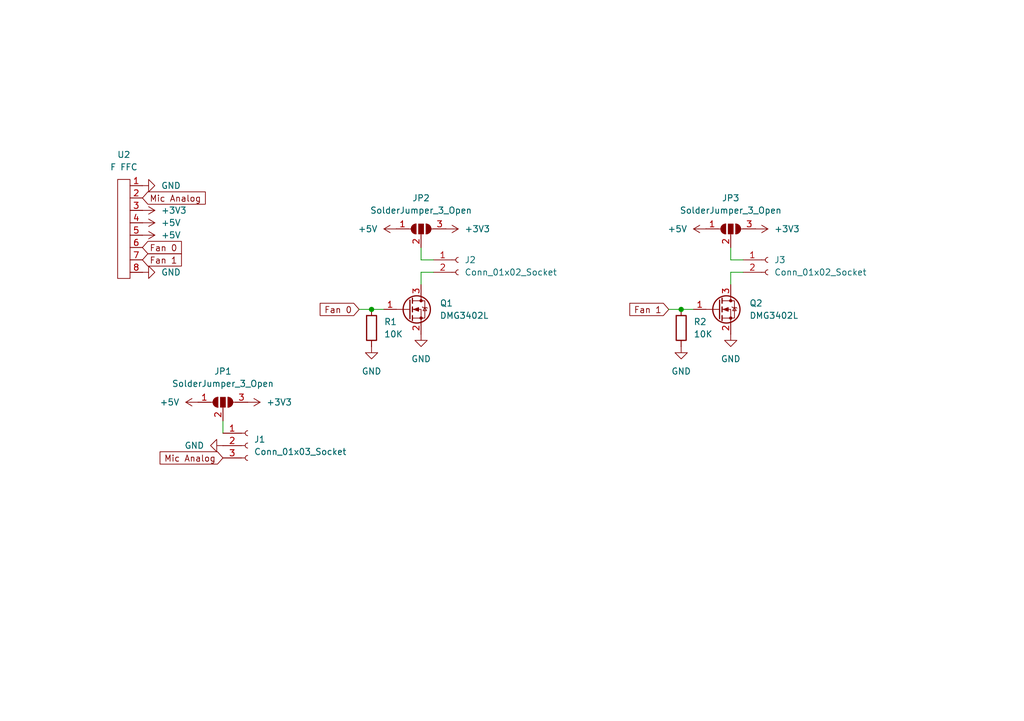
<source format=kicad_sch>
(kicad_sch (version 20250114) (generator "eeschema") (generator_version "9.0")
  (paper "A5")
  (lib_symbols
    (symbol "Connector:Conn_01x02_Socket" (pin_names (offset 1.016) (hide yes))
      (property "Reference" "J" (at 0 2.54 0))
      (property "Value" "Conn_01x02_Socket" (at 0 -5.08 0))
      (symbol "Conn_01x02_Socket_1_1"
        (polyline (pts (xy -1.27 0) (xy -0.508 0)) (stroke (width 0.1524)))
        (polyline (pts (xy -1.27 -2.54) (xy -0.508 -2.54)) (stroke (width 0.1524)))
        (arc (start 0 -0.508) (mid -0.5058 0) (end 0 0.508) (stroke (width 0.1524)))
        (arc (start 0 -3.048) (mid -0.5058 -2.54) (end 0 -2.032) (stroke (width 0.1524)))
        (pin passive line (at -5.08 0 0) (length 3.81) (name "Pin_1") (number "1"))
        (pin passive line (at -5.08 -2.54 0) (length 3.81) (name "Pin_2") (number "2"))
      )
    )
    (symbol "Connector:Conn_01x03_Socket" (pin_names (offset 1.016) (hide yes))
      (property "Reference" "J" (at 0 5.08 0))
      (property "Value" "Conn_01x03_Socket" (at 0 -5.08 0))
      (symbol "Conn_01x03_Socket_1_1"
        (polyline (pts (xy -1.27 2.54) (xy -0.508 2.54)) (stroke (width 0.1524)))
        (polyline (pts (xy -1.27 0) (xy -0.508 0)) (stroke (width 0.1524)))
        (polyline (pts (xy -1.27 -2.54) (xy -0.508 -2.54)) (stroke (width 0.1524)))
        (arc (start 0 2.032) (mid -0.5058 2.54) (end 0 3.048) (stroke (width 0.1524)))
        (arc (start 0 -0.508) (mid -0.5058 0) (end 0 0.508) (stroke (width 0.1524)))
        (arc (start 0 -3.048) (mid -0.5058 -2.54) (end 0 -2.032) (stroke (width 0.1524)))
        (pin passive line (at -5.08 2.54 0) (length 3.81) (name "Pin_1") (number "1"))
        (pin passive line (at -5.08 0 0) (length 3.81) (name "Pin_2") (number "2"))
        (pin passive line (at -5.08 -2.54 0) (length 3.81) (name "Pin_3") (number "3"))
      )
    )
    (symbol "Device:R" (pin_numbers (hide yes)) (pin_names (offset 0))
      (property "Reference" "R" (at 2.032 0 90))
      (property "Value" "R" (at 0 0 90))
      (symbol "R_0_1"
        (rectangle (start -1.016 -2.54) (end 1.016 2.54) (stroke (width 0.254)))
      )
      (symbol "R_1_1"
        (pin passive line (at 0 3.81 270) (length 1.27) (name "~") (number "1"))
        (pin passive line (at 0 -3.81 90) (length 1.27) (name "~") (number "2"))
      )
    )
    (symbol "FFC:FFC-8"
      (property "Reference" "U" (at 0 11.684 0))
      (symbol "FFC-8_0_1"
        (rectangle (start -1.27 10.16) (end 1.27 -10.16))
      )
      (symbol "FFC-8_1_1"
        (pin input line (at 3.81 8.89 180) (length 2.54) (name "") (number "1"))
        (pin input line (at 3.81 6.35 180) (length 2.54) (name "") (number "2"))
        (pin input line (at 3.81 3.81 180) (length 2.54) (name "") (number "3"))
        (pin input line (at 3.81 1.27 180) (length 2.54) (name "") (number "4"))
        (pin input line (at 3.81 -1.27 180) (length 2.54) (name "") (number "5"))
        (pin input line (at 3.81 -3.81 180) (length 2.54) (name "") (number "6"))
        (pin input line (at 3.81 -6.35 180) (length 2.54) (name "") (number "7"))
        (pin input line (at 3.81 -8.89 180) (length 2.54) (name "") (number "8"))
      )
    )
    (symbol "Jumper:SolderJumper_3_Open" (pin_names (offset 0) (hide yes)) (in_bom no)
      (property "Reference" "JP" (at -2.54 -2.54 0))
      (property "Value" "SolderJumper_3_Open" (at 0 2.794 0))
      (symbol "SolderJumper_3_Open_0_1"
        (polyline (pts (xy -2.54 0) (xy -2.032 0)))
        (polyline (pts (xy -1.016 1.016) (xy -1.016 -1.016)))
        (arc (start -1.016 -1.016) (mid -2.0276 0) (end -1.016 1.016))
        (arc (start -1.016 -1.016) (mid -2.0276 0) (end -1.016 1.016) (fill (type outline)))
        (rectangle (start -0.508 1.016) (end 0.508 -1.016) (fill (type outline)))
        (polyline (pts (xy 0 -1.27) (xy 0 -1.016)))
        (arc (start 1.016 1.016) (mid 2.0276 0) (end 1.016 -1.016))
        (arc (start 1.016 1.016) (mid 2.0276 0) (end 1.016 -1.016) (fill (type outline)))
        (polyline (pts (xy 1.016 1.016) (xy 1.016 -1.016)))
        (polyline (pts (xy 2.54 0) (xy 2.032 0)))
      )
      (symbol "SolderJumper_3_Open_1_1"
        (pin passive line (at -5.08 0 0) (length 2.54) (name "A") (number "1"))
        (pin passive line (at 0 -3.81 90) (length 2.54) (name "C") (number "2"))
        (pin passive line (at 5.08 0 180) (length 2.54) (name "B") (number "3"))
      )
    )
    (symbol "Transistor_FET:DMG3402L" (pin_names (hide yes))
      (property "Reference" "Q" (at 5.08 1.905 0))
      (property "Value" "DMG3402L" (at 5.08 0 0))
      (symbol "DMG3402L_0_1"
        (polyline (pts (xy 0.254 1.905) (xy 0.254 -1.905)) (stroke (width 0.254)))
        (polyline (pts (xy 0.254 0) (xy -2.54 0)))
        (polyline (pts (xy 0.762 2.286) (xy 0.762 1.27)) (stroke (width 0.254)))
        (polyline (pts (xy 0.762 0.508) (xy 0.762 -0.508)) (stroke (width 0.254)))
        (polyline (pts (xy 0.762 -1.27) (xy 0.762 -2.286)) (stroke (width 0.254)))
        (polyline (pts (xy 0.762 -1.778) (xy 3.302 -1.778) (xy 3.302 1.778) (xy 0.762 1.778)))
        (polyline (pts (xy 1.016 0) (xy 2.032 0.381) (xy 2.032 -0.381) (xy 1.016 0)) (fill (type outline)))
        (circle (center 1.651 0) (radius 2.794) (stroke (width 0.254)))
        (polyline (pts (xy 2.54 2.54) (xy 2.54 1.778)))
        (circle (center 2.54 1.778) (radius 0.254) (fill (type outline)))
        (circle (center 2.54 -1.778) (radius 0.254) (fill (type outline)))
        (polyline (pts (xy 2.54 -2.54) (xy 2.54 0) (xy 0.762 0)))
        (polyline (pts (xy 2.794 0.508) (xy 2.921 0.381) (xy 3.683 0.381) (xy 3.81 0.254)))
        (polyline (pts (xy 3.302 0.381) (xy 2.921 -0.254) (xy 3.683 -0.254) (xy 3.302 0.381)))
      )
      (symbol "DMG3402L_1_1"
        (pin input line (at -5.08 0 0) (length 2.54) (name "G") (number "1"))
        (pin passive line (at 2.54 5.08 270) (length 2.54) (name "D") (number "3"))
        (pin passive line (at 2.54 -5.08 90) (length 2.54) (name "S") (number "2"))
      )
    )
    (symbol "power:+3V3" (power) (pin_numbers (hide yes)) (pin_names (offset 0) (hide yes))
      (property "Value" "+3V3" (at 0 3.556 0))
      (symbol "+3V3_0_1"
        (polyline (pts (xy -0.762 1.27) (xy 0 2.54)))
        (polyline (pts (xy 0 2.54) (xy 0.762 1.27)))
        (polyline (pts (xy 0 0) (xy 0 2.54)))
      )
      (symbol "+3V3_1_1"
        (pin power_in line (at 0 0 90) (length 0) (name "~") (number "1"))
      )
    )
    (symbol "power:+5V" (power) (pin_numbers (hide yes)) (pin_names (offset 0) (hide yes))
      (property "Value" "+5V" (at 0 3.556 0))
      (symbol "+5V_0_1"
        (polyline (pts (xy -0.762 1.27) (xy 0 2.54)))
        (polyline (pts (xy 0 2.54) (xy 0.762 1.27)))
        (polyline (pts (xy 0 0) (xy 0 2.54)))
      )
      (symbol "+5V_1_1"
        (pin power_in line (at 0 0 90) (length 0) (name "~") (number "1"))
      )
    )
    (symbol "power:GND" (power) (pin_numbers (hide yes)) (pin_names (offset 0) (hide yes))
      (property "Value" "GND" (at 0 -3.81 0))
      (symbol "GND_0_1"
        (polyline (pts (xy 0 0) (xy 0 -1.27) (xy 1.27 -1.27) (xy 0 -2.54) (xy -1.27 -1.27) (xy 0 -1.27)))
      )
      (symbol "GND_1_1"
        (pin power_in line (at 0 0 270) (length 0) (name "~") (number "1"))
      )
    )
  )
  (junction (at 76.2 63.5))
  (junction (at 139.7 63.5))
  (wire (pts (xy 149.86 53.34) (xy 152.4 53.34)))
  (wire (pts (xy 76.2 63.5) (xy 78.74 63.5)))
  (wire (pts (xy 86.36 53.34) (xy 88.9 53.34)))
  (wire (pts (xy 73.66 63.5) (xy 76.2 63.5)))
  (wire (pts (xy 86.36 55.88) (xy 88.9 55.88)))
  (wire (pts (xy 149.86 58.42) (xy 149.86 55.88)))
  (wire (pts (xy 86.36 58.42) (xy 86.36 55.88)))
  (wire (pts (xy 45.72 86.36) (xy 45.72 88.9)))
  (wire (pts (xy 149.86 50.8) (xy 149.86 53.34)))
  (wire (pts (xy 86.36 50.8) (xy 86.36 53.34)))
  (wire (pts (xy 149.86 55.88) (xy 152.4 55.88)))
  (wire (pts (xy 139.7 63.5) (xy 142.24 63.5)))
  (wire (pts (xy 137.16 63.5) (xy 139.7 63.5)))
  (global_label "Fan 0" (shape input) (at 29.21 50.8 0) (property "Intersheetrefs" "${INTERSHEET_REFS}" (effects (hide yes))))
  (global_label "Mic Analog" (shape input) (at 45.72 93.98 180) (property "Intersheetrefs" "${INTERSHEET_REFS}" (effects (hide yes))))
  (global_label "Fan 1" (shape input) (at 29.21 53.34 0) (property "Intersheetrefs" "${INTERSHEET_REFS}" (effects (hide yes))))
  (global_label "Fan 1" (shape input) (at 137.16 63.5 180) (property "Intersheetrefs" "${INTERSHEET_REFS}" (effects (hide yes))))
  (global_label "Fan 0" (shape input) (at 73.66 63.5 180) (property "Intersheetrefs" "${INTERSHEET_REFS}" (effects (hide yes))))
  (global_label "Mic Analog" (shape input) (at 29.21 40.64 0) (property "Intersheetrefs" "${INTERSHEET_REFS}" (effects (hide yes))))
  (symbol (lib_id "power:+5V") (at 29.21 45.72 270) (unit 1)
    (property "Reference" "#PWR07" (effects (hide yes)))
    (property "Value" "+5V" (at 33.02 45.7199 90) (effects (justify left)))
    (property "Description" "Power symbol creates a global label with name \"+5V\"" (effects (hide yes)))
  )
  (symbol (lib_id "power:+5V") (at 81.28 46.99 90) (unit 1)
    (property "Reference" "#PWR010" (effects (hide yes)))
    (property "Value" "+5V" (at 77.47 46.9899 90) (effects (justify left)))
    (property "Description" "Power symbol creates a global label with name \"+5V\"" (effects (hide yes)))
  )
  (symbol (lib_id "power:+3V3") (at 50.8 82.55 270) (unit 1)
    (property "Reference" "#PWR012" (effects (hide yes)))
    (property "Value" "+3V3" (at 54.61 82.5499 90) (effects (justify left)))
    (property "Description" "Power symbol creates a global label with name \"+3V3\"" (effects (hide yes)))
  )
  (symbol (lib_id "power:GND") (at 29.21 38.1 90) (unit 1)
    (property "Reference" "#PWR05" (effects (hide yes)))
    (property "Value" "GND" (at 33.02 38.0999 90) (effects (justify right)))
    (property "Description" "Power symbol creates a global label with name \"GND\" , ground" (effects (hide yes)))
  )
  (symbol (lib_id "Jumper:SolderJumper_3_Open") (at 149.86 46.99 0) (unit 1) (in_bom no)
    (property "Reference" "JP3" (at 149.86 40.64 0))
    (property "Value" "SolderJumper_3_Open" (at 149.86 43.18 0))
    (property "Footprint" "Jumper:SolderJumper-3_P1.3mm_Open_RoundedPad1.0x1.5mm" (effects (hide yes)))
    (property "Description" "Solder Jumper, 3-pole, open" (effects (hide yes)))
  )
  (symbol (lib_id "power:GND") (at 139.7 71.12 0) (unit 1)
    (property "Reference" "#PWR02" (effects (hide yes)))
    (property "Value" "GND" (at 139.7 76.2 0))
    (property "Description" "Power symbol creates a global label with name \"GND\" , ground" (effects (hide yes)))
  )
  (symbol (lib_id "power:+5V") (at 29.21 48.26 270) (unit 1)
    (property "Reference" "#PWR08" (effects (hide yes)))
    (property "Value" "+5V" (at 33.02 48.2599 90) (effects (justify left)))
    (property "Description" "Power symbol creates a global label with name \"+5V\"" (effects (hide yes)))
  )
  (symbol (lib_id "Jumper:SolderJumper_3_Open") (at 86.36 46.99 0) (unit 1) (in_bom no)
    (property "Reference" "JP2" (at 86.36 40.64 0))
    (property "Value" "SolderJumper_3_Open" (at 86.36 43.18 0))
    (property "Footprint" "Jumper:SolderJumper-3_P1.3mm_Open_RoundedPad1.0x1.5mm" (effects (hide yes)))
    (property "Description" "Solder Jumper, 3-pole, open" (effects (hide yes)))
  )
  (symbol (lib_id "Device:R") (at 139.7 67.31 0) (unit 1)
    (property "Reference" "R2" (at 142.24 66.0399 0) (effects (justify left)))
    (property "Value" "10K" (at 142.24 68.5799 0) (effects (justify left)))
    (property "Footprint" "Resistor_SMD:R_0603_1608Metric_Pad0.98x0.95mm_HandSolder" (effects (hide yes)))
    (property "Description" "Resistor" (effects (hide yes)))
    (property "LCSC" "C98220" (effects (hide yes)))
  )
  (symbol (lib_id "power:+3V3") (at 154.94 46.99 270) (unit 1)
    (property "Reference" "#PWR017" (effects (hide yes)))
    (property "Value" "+3V3" (at 158.75 46.9899 90) (effects (justify left)))
    (property "Description" "Power symbol creates a global label with name \"+3V3\"" (effects (hide yes)))
  )
  (symbol (lib_id "Jumper:SolderJumper_3_Open") (at 45.72 82.55 0) (unit 1) (in_bom no)
    (property "Reference" "JP1" (at 45.72 76.2 0))
    (property "Value" "SolderJumper_3_Open" (at 45.72 78.74 0))
    (property "Footprint" "Jumper:SolderJumper-3_P1.3mm_Open_RoundedPad1.0x1.5mm" (effects (hide yes)))
    (property "Description" "Solder Jumper, 3-pole, open" (effects (hide yes)))
  )
  (symbol (lib_id "Transistor_FET:DMG3402L") (at 83.82 63.5 0) (unit 1)
    (property "Reference" "Q1" (at 90.17 62.2299 0) (effects (justify left)))
    (property "Value" "DMG3402L" (at 90.17 64.7699 0) (effects (justify left)))
    (property "Footprint" "Package_TO_SOT_SMD:SOT-23" (effects (hide yes)))
    (property "Datasheet" "http://www.diodes.com/assets/Datasheets/DMG3402L.pdf" (effects (hide yes)))
    (property "Description" "4A Id, 30V Vds, N-Channel MOSFET, SOT-23" (effects (hide yes)))
    (property "LCSC" "C96614" (effects (hide yes)))
  )
  (symbol (lib_id "power:+3V3") (at 29.21 43.18 270) (unit 1)
    (property "Reference" "#PWR06" (effects (hide yes)))
    (property "Value" "+3V3" (at 33.02 43.1799 90) (effects (justify left)))
    (property "Description" "Power symbol creates a global label with name \"+3V3\"" (effects (hide yes)))
  )
  (symbol (lib_id "Device:R") (at 76.2 67.31 0) (unit 1)
    (property "Reference" "R1" (at 78.74 66.0399 0) (effects (justify left)))
    (property "Value" "10K" (at 78.74 68.5799 0) (effects (justify left)))
    (property "Footprint" "Resistor_SMD:R_0603_1608Metric_Pad0.98x0.95mm_HandSolder" (effects (hide yes)))
    (property "Description" "Resistor" (effects (hide yes)))
    (property "LCSC" "C98220" (effects (hide yes)))
  )
  (symbol (lib_id "power:GND") (at 86.36 68.58 0) (unit 1)
    (property "Reference" "#PWR04" (effects (hide yes)))
    (property "Value" "GND" (at 86.36 73.66 0))
    (property "Description" "Power symbol creates a global label with name \"GND\" , ground" (effects (hide yes)))
  )
  (symbol (lib_id "power:GND") (at 149.86 68.58 0) (unit 1)
    (property "Reference" "#PWR014" (effects (hide yes)))
    (property "Value" "GND" (at 149.86 73.66 0))
    (property "Description" "Power symbol creates a global label with name \"GND\" , ground" (effects (hide yes)))
  )
  (symbol (lib_id "FFC:FFC-8") (at 25.4 46.99 0) (unit 1)
    (property "Reference" "U2" (at 25.4 31.75 0))
    (property "Value" "F FFC" (at 25.4 34.29 0))
    (property "Footprint" "FFC:FFC 0.8mm 8P" (effects (hide yes)))
  )
  (symbol (lib_id "power:+5V") (at 40.64 82.55 90) (unit 1)
    (property "Reference" "#PWR013" (effects (hide yes)))
    (property "Value" "+5V" (at 36.83 82.5499 90) (effects (justify left)))
    (property "Description" "Power symbol creates a global label with name \"+5V\"" (effects (hide yes)))
  )
  (symbol (lib_id "Connector:Conn_01x02_Socket") (at 157.48 53.34 0) (unit 1)
    (property "Reference" "J3" (at 158.75 53.3399 0) (effects (justify left)))
    (property "Value" "Conn_01x02_Socket" (at 158.75 55.8799 0) (effects (justify left)))
    (property "Footprint" "Connector_JST:JST_GH_SM02B-GHS-TB_1x02-1MP_P1.25mm_Horizontal" (effects (hide yes)))
    (property "Description" "Generic connector, single row, 01x02, script generated" (effects (hide yes)))
  )
  (symbol (lib_id "power:+3V3") (at 91.44 46.99 270) (unit 1)
    (property "Reference" "#PWR015" (effects (hide yes)))
    (property "Value" "+3V3" (at 95.25 46.9899 90) (effects (justify left)))
    (property "Description" "Power symbol creates a global label with name \"+3V3\"" (effects (hide yes)))
  )
  (symbol (lib_id "power:GND") (at 29.21 55.88 90) (unit 1)
    (property "Reference" "#PWR09" (effects (hide yes)))
    (property "Value" "GND" (at 33.02 55.8799 90) (effects (justify right)))
    (property "Description" "Power symbol creates a global label with name \"GND\" , ground" (effects (hide yes)))
  )
  (symbol (lib_id "Connector:Conn_01x02_Socket") (at 93.98 53.34 0) (unit 1)
    (property "Reference" "J2" (at 95.25 53.3399 0) (effects (justify left)))
    (property "Value" "Conn_01x02_Socket" (at 95.25 55.8799 0) (effects (justify left)))
    (property "Footprint" "Connector_JST:JST_GH_SM02B-GHS-TB_1x02-1MP_P1.25mm_Horizontal" (effects (hide yes)))
    (property "Description" "Generic connector, single row, 01x02, script generated" (effects (hide yes)))
  )
  (symbol (lib_id "Connector:Conn_01x03_Socket") (at 50.8 91.44 0) (unit 1)
    (property "Reference" "J1" (at 52.07 90.1699 0) (effects (justify left)))
    (property "Value" "Conn_01x03_Socket" (at 52.07 92.7099 0) (effects (justify left)))
    (property "Footprint" "Connector_JST:JST_GH_SM03B-GHS-TB_1x03-1MP_P1.25mm_Horizontal" (effects (hide yes)))
    (property "Description" "Generic connector, single row, 01x03, script generated" (effects (hide yes)))
  )
  (symbol (lib_id "power:GND") (at 45.72 91.44 270) (unit 1)
    (property "Reference" "#PWR01" (effects (hide yes)))
    (property "Value" "GND" (at 41.91 91.4399 90) (effects (justify right)))
    (property "Description" "Power symbol creates a global label with name \"GND\" , ground" (effects (hide yes)))
  )
  (symbol (lib_id "power:+5V") (at 144.78 46.99 90) (unit 1)
    (property "Reference" "#PWR016" (effects (hide yes)))
    (property "Value" "+5V" (at 140.97 46.9899 90) (effects (justify left)))
    (property "Description" "Power symbol creates a global label with name \"+5V\"" (effects (hide yes)))
  )
  (symbol (lib_id "power:GND") (at 76.2 71.12 0) (unit 1)
    (property "Reference" "#PWR011" (effects (hide yes)))
    (property "Value" "GND" (at 76.2 76.2 0))
    (property "Description" "Power symbol creates a global label with name \"GND\" , ground" (effects (hide yes)))
  )
  (symbol (lib_id "Transistor_FET:DMG3402L") (at 147.32 63.5 0) (unit 1)
    (property "Reference" "Q2" (at 153.67 62.2299 0) (effects (justify left)))
    (property "Value" "DMG3402L" (at 153.67 64.7699 0) (effects (justify left)))
    (property "Footprint" "Package_TO_SOT_SMD:SOT-23" (effects (hide yes)))
    (property "Datasheet" "http://www.diodes.com/assets/Datasheets/DMG3402L.pdf" (effects (hide yes)))
    (property "Description" "4A Id, 30V Vds, N-Channel MOSFET, SOT-23" (effects (hide yes)))
    (property "LCSC" "C96614" (effects (hide yes)))
  )
)
</source>
